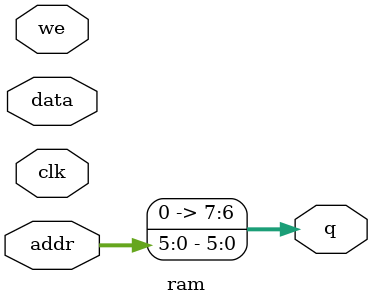
<source format=v>
module ram #(
    parameter ADDR_WIDTH=6,
    parameter DATA_WIDTH=8
) (
    input [DATA_WIDTH-1:0] data,
    input [ADDR_WIDTH-1:0] addr,
    input we, clk,
    output [7:0] q
);
reg [DATA_WIDTH-1:0] ram[2**ADDR_WIDTH-1:0];
// when we is high, write data to ram at address addr
// assign the ram value at address addr to q
always @ (we, clk)
begin
    if (we) ram[addr] <= data;
    q <= addr;
end
// when we is low, read data from ram at address addr
always @ (we, clk)
begin
    if (we) data <= ram[addr];
end
endmodule

</source>
